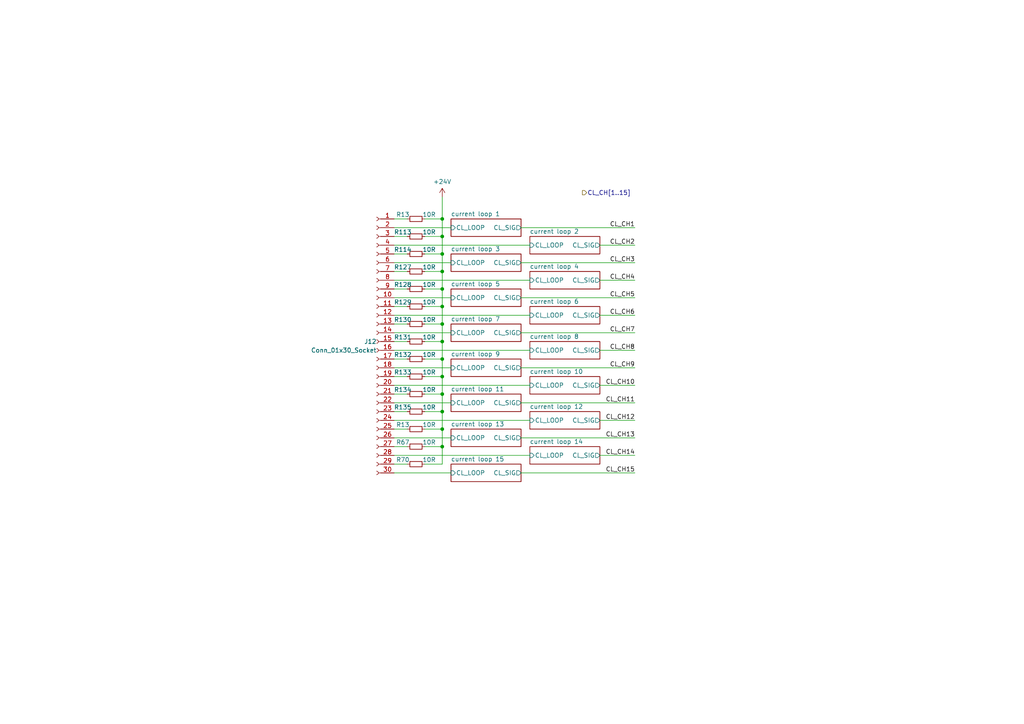
<source format=kicad_sch>
(kicad_sch (version 20250114) (generator "eeschema") (generator_version "9.0")
  (paper "A4")
  (lib_symbols
    (symbol "Connector:Conn_01x30_Socket" (pin_names (offset 1.016) (hide yes))
      (property "Reference" "J" (at 0 38.1 0))
      (property "Value" "Conn_01x30_Socket" (at 0 -40.64 0))
      (symbol "Conn_01x30_Socket_1_1"
        (polyline (pts (xy -1.27 35.56) (xy -0.508 35.56)) (stroke (width 0.1524)))
        (polyline (pts (xy -1.27 33.02) (xy -0.508 33.02)) (stroke (width 0.1524)))
        (polyline (pts (xy -1.27 30.48) (xy -0.508 30.48)) (stroke (width 0.1524)))
        (polyline (pts (xy -1.27 27.94) (xy -0.508 27.94)) (stroke (width 0.1524)))
        (polyline (pts (xy -1.27 25.4) (xy -0.508 25.4)) (stroke (width 0.1524)))
        (polyline (pts (xy -1.27 22.86) (xy -0.508 22.86)) (stroke (width 0.1524)))
        (polyline (pts (xy -1.27 20.32) (xy -0.508 20.32)) (stroke (width 0.1524)))
        (polyline (pts (xy -1.27 17.78) (xy -0.508 17.78)) (stroke (width 0.1524)))
        (polyline (pts (xy -1.27 15.24) (xy -0.508 15.24)) (stroke (width 0.1524)))
        (polyline (pts (xy -1.27 12.7) (xy -0.508 12.7)) (stroke (width 0.1524)))
        (polyline (pts (xy -1.27 10.16) (xy -0.508 10.16)) (stroke (width 0.1524)))
        (polyline (pts (xy -1.27 7.62) (xy -0.508 7.62)) (stroke (width 0.1524)))
        (polyline (pts (xy -1.27 5.08) (xy -0.508 5.08)) (stroke (width 0.1524)))
        (polyline (pts (xy -1.27 2.54) (xy -0.508 2.54)) (stroke (width 0.1524)))
        (polyline (pts (xy -1.27 0) (xy -0.508 0)) (stroke (width 0.1524)))
        (polyline (pts (xy -1.27 -2.54) (xy -0.508 -2.54)) (stroke (width 0.1524)))
        (polyline (pts (xy -1.27 -5.08) (xy -0.508 -5.08)) (stroke (width 0.1524)))
        (polyline (pts (xy -1.27 -7.62) (xy -0.508 -7.62)) (stroke (width 0.1524)))
        (polyline (pts (xy -1.27 -10.16) (xy -0.508 -10.16)) (stroke (width 0.1524)))
        (polyline (pts (xy -1.27 -12.7) (xy -0.508 -12.7)) (stroke (width 0.1524)))
        (polyline (pts (xy -1.27 -15.24) (xy -0.508 -15.24)) (stroke (width 0.1524)))
        (polyline (pts (xy -1.27 -17.78) (xy -0.508 -17.78)) (stroke (width 0.1524)))
        (polyline (pts (xy -1.27 -20.32) (xy -0.508 -20.32)) (stroke (width 0.1524)))
        (polyline (pts (xy -1.27 -22.86) (xy -0.508 -22.86)) (stroke (width 0.1524)))
        (polyline (pts (xy -1.27 -25.4) (xy -0.508 -25.4)) (stroke (width 0.1524)))
        (polyline (pts (xy -1.27 -27.94) (xy -0.508 -27.94)) (stroke (width 0.1524)))
        (polyline (pts (xy -1.27 -30.48) (xy -0.508 -30.48)) (stroke (width 0.1524)))
        (polyline (pts (xy -1.27 -33.02) (xy -0.508 -33.02)) (stroke (width 0.1524)))
        (polyline (pts (xy -1.27 -35.56) (xy -0.508 -35.56)) (stroke (width 0.1524)))
        (polyline (pts (xy -1.27 -38.1) (xy -0.508 -38.1)) (stroke (width 0.1524)))
        (arc (start 0 35.052) (mid -0.5058 35.56) (end 0 36.068) (stroke (width 0.1524)))
        (arc (start 0 32.512) (mid -0.5058 33.02) (end 0 33.528) (stroke (width 0.1524)))
        (arc (start 0 29.972) (mid -0.5058 30.48) (end 0 30.988) (stroke (width 0.1524)))
        (arc (start 0 27.432) (mid -0.5058 27.94) (end 0 28.448) (stroke (width 0.1524)))
        (arc (start 0 24.892) (mid -0.5058 25.4) (end 0 25.908) (stroke (width 0.1524)))
        (arc (start 0 22.352) (mid -0.5058 22.86) (end 0 23.368) (stroke (width 0.1524)))
        (arc (start 0 19.812) (mid -0.5058 20.32) (end 0 20.828) (stroke (width 0.1524)))
        (arc (start 0 17.272) (mid -0.5058 17.78) (end 0 18.288) (stroke (width 0.1524)))
        (arc (start 0 14.732) (mid -0.5058 15.24) (end 0 15.748) (stroke (width 0.1524)))
        (arc (start 0 12.192) (mid -0.5058 12.7) (end 0 13.208) (stroke (width 0.1524)))
        (arc (start 0 9.652) (mid -0.5058 10.16) (end 0 10.668) (stroke (width 0.1524)))
        (arc (start 0 7.112) (mid -0.5058 7.62) (end 0 8.128) (stroke (width 0.1524)))
        (arc (start 0 4.572) (mid -0.5058 5.08) (end 0 5.588) (stroke (width 0.1524)))
        (arc (start 0 2.032) (mid -0.5058 2.54) (end 0 3.048) (stroke (width 0.1524)))
        (arc (start 0 -0.508) (mid -0.5058 0) (end 0 0.508) (stroke (width 0.1524)))
        (arc (start 0 -3.048) (mid -0.5058 -2.54) (end 0 -2.032) (stroke (width 0.1524)))
        (arc (start 0 -5.588) (mid -0.5058 -5.08) (end 0 -4.572) (stroke (width 0.1524)))
        (arc (start 0 -8.128) (mid -0.5058 -7.62) (end 0 -7.112) (stroke (width 0.1524)))
        (arc (start 0 -10.668) (mid -0.5058 -10.16) (end 0 -9.652) (stroke (width 0.1524)))
        (arc (start 0 -13.208) (mid -0.5058 -12.7) (end 0 -12.192) (stroke (width 0.1524)))
        (arc (start 0 -15.748) (mid -0.5058 -15.24) (end 0 -14.732) (stroke (width 0.1524)))
        (arc (start 0 -18.288) (mid -0.5058 -17.78) (end 0 -17.272) (stroke (width 0.1524)))
        (arc (start 0 -20.828) (mid -0.5058 -20.32) (end 0 -19.812) (stroke (width 0.1524)))
        (arc (start 0 -23.368) (mid -0.5058 -22.86) (end 0 -22.352) (stroke (width 0.1524)))
        (arc (start 0 -25.908) (mid -0.5058 -25.4) (end 0 -24.892) (stroke (width 0.1524)))
        (arc (start 0 -28.448) (mid -0.5058 -27.94) (end 0 -27.432) (stroke (width 0.1524)))
        (arc (start 0 -30.988) (mid -0.5058 -30.48) (end 0 -29.972) (stroke (width 0.1524)))
        (arc (start 0 -33.528) (mid -0.5058 -33.02) (end 0 -32.512) (stroke (width 0.1524)))
        (arc (start 0 -36.068) (mid -0.5058 -35.56) (end 0 -35.052) (stroke (width 0.1524)))
        (arc (start 0 -38.608) (mid -0.5058 -38.1) (end 0 -37.592) (stroke (width 0.1524)))
        (pin passive line (at -5.08 35.56 0) (length 3.81) (name "Pin_1") (number "1"))
        (pin passive line (at -5.08 33.02 0) (length 3.81) (name "Pin_2") (number "2"))
        (pin passive line (at -5.08 30.48 0) (length 3.81) (name "Pin_3") (number "3"))
        (pin passive line (at -5.08 27.94 0) (length 3.81) (name "Pin_4") (number "4"))
        (pin passive line (at -5.08 25.4 0) (length 3.81) (name "Pin_5") (number "5"))
        (pin passive line (at -5.08 22.86 0) (length 3.81) (name "Pin_6") (number "6"))
        (pin passive line (at -5.08 20.32 0) (length 3.81) (name "Pin_7") (number "7"))
        (pin passive line (at -5.08 17.78 0) (length 3.81) (name "Pin_8") (number "8"))
        (pin passive line (at -5.08 15.24 0) (length 3.81) (name "Pin_9") (number "9"))
        (pin passive line (at -5.08 12.7 0) (length 3.81) (name "Pin_10") (number "10"))
        (pin passive line (at -5.08 10.16 0) (length 3.81) (name "Pin_11") (number "11"))
        (pin passive line (at -5.08 7.62 0) (length 3.81) (name "Pin_12") (number "12"))
        (pin passive line (at -5.08 5.08 0) (length 3.81) (name "Pin_13") (number "13"))
        (pin passive line (at -5.08 2.54 0) (length 3.81) (name "Pin_14") (number "14"))
        (pin passive line (at -5.08 0 0) (length 3.81) (name "Pin_15") (number "15"))
        (pin passive line (at -5.08 -2.54 0) (length 3.81) (name "Pin_16") (number "16"))
        (pin passive line (at -5.08 -5.08 0) (length 3.81) (name "Pin_17") (number "17"))
        (pin passive line (at -5.08 -7.62 0) (length 3.81) (name "Pin_18") (number "18"))
        (pin passive line (at -5.08 -10.16 0) (length 3.81) (name "Pin_19") (number "19"))
        (pin passive line (at -5.08 -12.7 0) (length 3.81) (name "Pin_20") (number "20"))
        (pin passive line (at -5.08 -15.24 0) (length 3.81) (name "Pin_21") (number "21"))
        (pin passive line (at -5.08 -17.78 0) (length 3.81) (name "Pin_22") (number "22"))
        (pin passive line (at -5.08 -20.32 0) (length 3.81) (name "Pin_23") (number "23"))
        (pin passive line (at -5.08 -22.86 0) (length 3.81) (name "Pin_24") (number "24"))
        (pin passive line (at -5.08 -25.4 0) (length 3.81) (name "Pin_25") (number "25"))
        (pin passive line (at -5.08 -27.94 0) (length 3.81) (name "Pin_26") (number "26"))
        (pin passive line (at -5.08 -30.48 0) (length 3.81) (name "Pin_27") (number "27"))
        (pin passive line (at -5.08 -33.02 0) (length 3.81) (name "Pin_28") (number "28"))
        (pin passive line (at -5.08 -35.56 0) (length 3.81) (name "Pin_29") (number "29"))
        (pin passive line (at -5.08 -38.1 0) (length 3.81) (name "Pin_30") (number "30"))
      )
    )
    (symbol "Device:R_Small" (pin_numbers (hide yes)) (pin_names (offset 0.254) (hide yes))
      (property "Reference" "R" (at 0.762 0.508 0))
      (property "Value" "R_Small" (at 0.762 -1.016 0))
      (symbol "R_Small_0_1"
        (rectangle (start -0.762 1.778) (end 0.762 -1.778) (stroke (width 0.2032)))
      )
      (symbol "R_Small_1_1"
        (pin passive line (at 0 2.54 270) (length 0.762) (name "~") (number "1"))
        (pin passive line (at 0 -2.54 90) (length 0.762) (name "~") (number "2"))
      )
    )
    (symbol "power:+24V" (power) (pin_numbers (hide yes)) (pin_names (offset 0) (hide yes))
      (property "Value" "+24V" (at 0 3.556 0))
      (symbol "+24V_0_1"
        (polyline (pts (xy -0.762 1.27) (xy 0 2.54)))
        (polyline (pts (xy 0 2.54) (xy 0.762 1.27)))
        (polyline (pts (xy 0 0) (xy 0 2.54)))
      )
      (symbol "+24V_1_1"
        (pin power_in line (at 0 0 90) (length 0) (name "~") (number "1"))
      )
    )
  )
  (junction (at 128.27 124.46))
  (junction (at 128.27 73.66))
  (junction (at 128.27 119.38))
  (junction (at 128.27 114.3))
  (junction (at 128.27 83.82))
  (junction (at 128.27 68.58))
  (junction (at 128.27 109.22))
  (junction (at 128.27 93.98))
  (junction (at 128.27 63.5))
  (junction (at 128.27 99.06))
  (junction (at 128.27 104.14))
  (junction (at 128.27 78.74))
  (junction (at 128.27 88.9))
  (junction (at 128.27 129.54))
  (wire (pts (xy 123.19 83.82) (xy 128.27 83.82)))
  (wire (pts (xy 151.13 86.36) (xy 184.15 86.36)))
  (wire (pts (xy 128.27 78.74) (xy 128.27 73.66)))
  (wire (pts (xy 128.27 57.15) (xy 128.27 63.5)))
  (wire (pts (xy 114.3 127) (xy 130.81 127)))
  (wire (pts (xy 114.3 73.66) (xy 118.11 73.66)))
  (wire (pts (xy 173.99 81.28) (xy 184.15 81.28)))
  (wire (pts (xy 114.3 129.54) (xy 118.11 129.54)))
  (wire (pts (xy 128.27 104.14) (xy 128.27 99.06)))
  (wire (pts (xy 114.3 63.5) (xy 118.11 63.5)))
  (wire (pts (xy 114.3 83.82) (xy 118.11 83.82)))
  (wire (pts (xy 114.3 66.04) (xy 130.81 66.04)))
  (wire (pts (xy 114.3 119.38) (xy 118.11 119.38)))
  (wire (pts (xy 128.27 83.82) (xy 128.27 78.74)))
  (wire (pts (xy 123.19 134.62) (xy 128.27 134.62)))
  (wire (pts (xy 151.13 127) (xy 184.15 127)))
  (wire (pts (xy 151.13 66.04) (xy 184.15 66.04)))
  (wire (pts (xy 128.27 109.22) (xy 128.27 104.14)))
  (wire (pts (xy 123.19 68.58) (xy 128.27 68.58)))
  (wire (pts (xy 151.13 76.2) (xy 184.15 76.2)))
  (wire (pts (xy 128.27 68.58) (xy 128.27 63.5)))
  (wire (pts (xy 114.3 121.92) (xy 153.67 121.92)))
  (wire (pts (xy 114.3 71.12) (xy 153.67 71.12)))
  (wire (pts (xy 173.99 91.44) (xy 184.15 91.44)))
  (wire (pts (xy 128.27 124.46) (xy 128.27 119.38)))
  (wire (pts (xy 173.99 111.76) (xy 184.15 111.76)))
  (wire (pts (xy 114.3 132.08) (xy 153.67 132.08)))
  (wire (pts (xy 114.3 124.46) (xy 118.11 124.46)))
  (wire (pts (xy 123.19 78.74) (xy 128.27 78.74)))
  (wire (pts (xy 128.27 88.9) (xy 128.27 83.82)))
  (wire (pts (xy 123.19 119.38) (xy 128.27 119.38)))
  (wire (pts (xy 114.3 91.44) (xy 153.67 91.44)))
  (wire (pts (xy 123.19 104.14) (xy 128.27 104.14)))
  (wire (pts (xy 114.3 86.36) (xy 130.81 86.36)))
  (wire (pts (xy 128.27 134.62) (xy 128.27 129.54)))
  (wire (pts (xy 128.27 99.06) (xy 128.27 93.98)))
  (wire (pts (xy 123.19 109.22) (xy 128.27 109.22)))
  (wire (pts (xy 114.3 68.58) (xy 118.11 68.58)))
  (wire (pts (xy 123.19 124.46) (xy 128.27 124.46)))
  (wire (pts (xy 114.3 109.22) (xy 118.11 109.22)))
  (wire (pts (xy 128.27 63.5) (xy 123.19 63.5)))
  (wire (pts (xy 114.3 106.68) (xy 130.81 106.68)))
  (wire (pts (xy 114.3 111.76) (xy 153.67 111.76)))
  (wire (pts (xy 123.19 88.9) (xy 128.27 88.9)))
  (wire (pts (xy 114.3 93.98) (xy 118.11 93.98)))
  (wire (pts (xy 128.27 114.3) (xy 128.27 109.22)))
  (wire (pts (xy 114.3 96.52) (xy 130.81 96.52)))
  (wire (pts (xy 128.27 119.38) (xy 128.27 114.3)))
  (wire (pts (xy 114.3 116.84) (xy 130.81 116.84)))
  (wire (pts (xy 114.3 99.06) (xy 118.11 99.06)))
  (wire (pts (xy 123.19 93.98) (xy 128.27 93.98)))
  (wire (pts (xy 123.19 99.06) (xy 128.27 99.06)))
  (wire (pts (xy 114.3 114.3) (xy 118.11 114.3)))
  (wire (pts (xy 151.13 96.52) (xy 184.15 96.52)))
  (wire (pts (xy 128.27 129.54) (xy 128.27 124.46)))
  (wire (pts (xy 151.13 106.68) (xy 184.15 106.68)))
  (wire (pts (xy 114.3 88.9) (xy 118.11 88.9)))
  (wire (pts (xy 173.99 121.92) (xy 184.15 121.92)))
  (wire (pts (xy 114.3 137.16) (xy 130.81 137.16)))
  (wire (pts (xy 114.3 78.74) (xy 118.11 78.74)))
  (wire (pts (xy 128.27 93.98) (xy 128.27 88.9)))
  (wire (pts (xy 123.19 129.54) (xy 128.27 129.54)))
  (wire (pts (xy 114.3 101.6) (xy 153.67 101.6)))
  (wire (pts (xy 123.19 73.66) (xy 128.27 73.66)))
  (wire (pts (xy 114.3 134.62) (xy 118.11 134.62)))
  (wire (pts (xy 114.3 76.2) (xy 130.81 76.2)))
  (wire (pts (xy 128.27 73.66) (xy 128.27 68.58)))
  (wire (pts (xy 151.13 116.84) (xy 184.15 116.84)))
  (wire (pts (xy 123.19 114.3) (xy 128.27 114.3)))
  (wire (pts (xy 173.99 101.6) (xy 184.15 101.6)))
  (wire (pts (xy 151.13 137.16) (xy 184.15 137.16)))
  (wire (pts (xy 173.99 132.08) (xy 184.15 132.08)))
  (wire (pts (xy 173.99 71.12) (xy 184.15 71.12)))
  (wire (pts (xy 114.3 81.28) (xy 153.67 81.28)))
  (wire (pts (xy 114.3 104.14) (xy 118.11 104.14)))
  (label "CL_CH2" (at 184.15 71.12 180))
  (label "CL_CH9" (at 184.15 106.68 180))
  (label "CL_CH15" (at 184.15 137.16 180))
  (label "CL_CH11" (at 184.15 116.84 180))
  (label "CL_CH10" (at 184.15 111.76 180))
  (label "CL_CH12" (at 184.15 121.92 180))
  (label "CL_CH1" (at 184.15 66.04 180))
  (label "CL_CH5" (at 184.15 86.36 180))
  (label "CL_CH3" (at 184.15 76.2 180))
  (label "CL_CH14" (at 184.15 132.08 180))
  (label "CL_CH8" (at 184.15 101.6 180))
  (label "CL_CH4" (at 184.15 81.28 180))
  (label "CL_CH13" (at 184.15 127 180))
  (label "CL_CH7" (at 184.15 96.52 180))
  (label "CL_CH6" (at 184.15 91.44 180))
  (hierarchical_label "CL_CH[1..15]" (shape output) (at 168.91 55.88 0))
  (symbol (lib_id "Device:R_Small") (at 120.65 114.3 90) (unit 1)
    (property "Reference" "R134" (at 116.84 113.03 90))
    (property "Value" "10R" (at 124.46 113.03 90))
    (property "Footprint" "Resistor_SMD:R_0603_1608Metric" (effects (hide yes)))
    (property "Description" "Resistor, small symbol" (effects (hide yes)))
  )
  (symbol (lib_id "Device:R_Small") (at 120.65 93.98 90) (unit 1)
    (property "Reference" "R130" (at 116.84 92.71 90))
    (property "Value" "10R" (at 124.46 92.71 90))
    (property "Footprint" "Resistor_SMD:R_0603_1608Metric" (effects (hide yes)))
    (property "Description" "Resistor, small symbol" (effects (hide yes)))
  )
  (symbol (lib_id "Device:R_Small") (at 120.65 134.62 90) (unit 1)
    (property "Reference" "R70" (at 116.84 133.35 90))
    (property "Value" "10R" (at 124.46 133.35 90))
    (property "Footprint" "Resistor_SMD:R_0603_1608Metric" (effects (hide yes)))
    (property "Description" "Resistor, small symbol" (effects (hide yes)))
  )
  (symbol (lib_id "Device:R_Small") (at 120.65 99.06 90) (unit 1)
    (property "Reference" "R131" (at 116.84 97.79 90))
    (property "Value" "10R" (at 124.46 97.79 90))
    (property "Footprint" "Resistor_SMD:R_0603_1608Metric" (effects (hide yes)))
    (property "Description" "Resistor, small symbol" (effects (hide yes)))
  )
  (symbol (lib_id "Device:R_Small") (at 120.65 109.22 90) (unit 1)
    (property "Reference" "R133" (at 116.84 107.95 90))
    (property "Value" "10R" (at 124.46 107.95 90))
    (property "Footprint" "Resistor_SMD:R_0603_1608Metric" (effects (hide yes)))
    (property "Description" "Resistor, small symbol" (effects (hide yes)))
  )
  (symbol (lib_id "Device:R_Small") (at 120.65 124.46 90) (unit 1)
    (property "Reference" "R13" (at 116.84 123.19 90))
    (property "Value" "10R" (at 124.46 123.19 90))
    (property "Footprint" "Resistor_SMD:R_0603_1608Metric" (effects (hide yes)))
    (property "Description" "Resistor, small symbol" (effects (hide yes)))
  )
  (symbol (lib_id "Device:R_Small") (at 120.65 83.82 90) (unit 1)
    (property "Reference" "R128" (at 116.84 82.55 90))
    (property "Value" "10R" (at 124.46 82.55 90))
    (property "Footprint" "Resistor_SMD:R_0603_1608Metric" (effects (hide yes)))
    (property "Description" "Resistor, small symbol" (effects (hide yes)))
  )
  (symbol (lib_id "Device:R_Small") (at 120.65 78.74 90) (unit 1)
    (property "Reference" "R127" (at 116.84 77.47 90))
    (property "Value" "10R" (at 124.46 77.47 90))
    (property "Footprint" "Resistor_SMD:R_0603_1608Metric" (effects (hide yes)))
    (property "Description" "Resistor, small symbol" (effects (hide yes)))
  )
  (symbol (lib_id "Device:R_Small") (at 120.65 68.58 90) (unit 1)
    (property "Reference" "R113" (at 116.84 67.31 90))
    (property "Value" "10R" (at 124.46 67.31 90))
    (property "Footprint" "Resistor_SMD:R_0603_1608Metric" (effects (hide yes)))
    (property "Description" "Resistor, small symbol" (effects (hide yes)))
  )
  (symbol (lib_id "power:+24V") (at 128.27 57.15 0) (unit 1)
    (property "Reference" "#PWR07" (effects (hide yes)))
    (property "Value" "+24V" (at 128.27 52.705 0))
    (property "Description" "Power symbol creates a global label with name \"+24V\"" (effects (hide yes)))
  )
  (symbol (lib_id "Device:R_Small") (at 120.65 88.9 90) (unit 1)
    (property "Reference" "R129" (at 116.84 87.63 90))
    (property "Value" "10R" (at 124.46 87.63 90))
    (property "Footprint" "Resistor_SMD:R_0603_1608Metric" (effects (hide yes)))
    (property "Description" "Resistor, small symbol" (effects (hide yes)))
  )
  (symbol (lib_id "Device:R_Small") (at 120.65 129.54 90) (unit 1)
    (property "Reference" "R67" (at 116.84 128.27 90))
    (property "Value" "10R" (at 124.46 128.27 90))
    (property "Footprint" "Resistor_SMD:R_0603_1608Metric" (effects (hide yes)))
    (property "Description" "Resistor, small symbol" (effects (hide yes)))
  )
  (symbol (lib_id "Device:R_Small") (at 120.65 73.66 90) (unit 1)
    (property "Reference" "R114" (at 116.84 72.39 90))
    (property "Value" "10R" (at 124.46 72.39 90))
    (property "Footprint" "Resistor_SMD:R_0603_1608Metric" (effects (hide yes)))
    (property "Description" "Resistor, small symbol" (effects (hide yes)))
  )
  (symbol (lib_id "Connector:Conn_01x30_Socket") (at 109.22 99.06 0) (mirror y) (unit 1)
    (property "Reference" "J12" (at 109.22 99.0599 0) (effects (justify left)))
    (property "Value" "Conn_01x30_Socket" (at 109.22 101.5999 0) (effects (justify left)))
    (property "Description" "Generic connector, single row, 01x30, script generated" (effects (hide yes)))
  )
  (symbol (lib_id "Device:R_Small") (at 120.65 63.5 90) (unit 1)
    (property "Reference" "R13" (at 116.84 62.23 90))
    (property "Value" "10R" (at 124.46 62.23 90))
    (property "Footprint" "Resistor_SMD:R_0603_1608Metric" (effects (hide yes)))
    (property "Description" "Resistor, small symbol" (effects (hide yes)))
  )
  (symbol (lib_id "Device:R_Small") (at 120.65 104.14 90) (unit 1)
    (property "Reference" "R132" (at 116.84 102.87 90))
    (property "Value" "10R" (at 124.46 102.87 90))
    (property "Footprint" "Resistor_SMD:R_0603_1608Metric" (effects (hide yes)))
    (property "Description" "Resistor, small symbol" (effects (hide yes)))
  )
  (symbol (lib_id "Device:R_Small") (at 120.65 119.38 90) (unit 1)
    (property "Reference" "R135" (at 116.84 118.11 90))
    (property "Value" "10R" (at 124.46 118.11 90))
    (property "Footprint" "Resistor_SMD:R_0603_1608Metric" (effects (hide yes)))
    (property "Description" "Resistor, small symbol" (effects (hide yes)))
  )
  (sheet (at 130.81 134.62) (size 20.32 5.08) (stroke (width 0.1524))
    (property "Sheetname" "current loop 15" (at 130.81 133.9084 0) (effects (justify left bottom)))
    (property "Sheetfile" "current loop.kicad_sch" (effects (hide yes)))
    (pin "CL_LOOP" input (at 130.81 137.16 180))
    (pin "CL_SIG" output (at 151.13 137.16 0))
  )
  (sheet (at 130.81 114.3) (size 20.32 5.08) (stroke (width 0.1524))
    (property "Sheetname" "current loop 11" (at 130.81 113.5884 0) (effects (justify left bottom)))
    (property "Sheetfile" "current loop.kicad_sch" (effects (hide yes)))
    (pin "CL_LOOP" input (at 130.81 116.84 180))
    (pin "CL_SIG" output (at 151.13 116.84 0))
  )
  (sheet (at 130.81 93.98) (size 20.32 5.08) (stroke (width 0.1524))
    (property "Sheetname" "current loop 7" (at 130.81 93.2684 0) (effects (justify left bottom)))
    (property "Sheetfile" "current loop.kicad_sch" (effects (hide yes)))
    (pin "CL_LOOP" input (at 130.81 96.52 180))
    (pin "CL_SIG" output (at 151.13 96.52 0))
  )
  (sheet (at 153.67 99.06) (size 20.32 5.08) (stroke (width 0.1524))
    (property "Sheetname" "current loop 8" (at 153.67 98.3484 0) (effects (justify left bottom)))
    (property "Sheetfile" "current loop.kicad_sch" (effects (hide yes)))
    (pin "CL_LOOP" input (at 153.67 101.6 180))
    (pin "CL_SIG" output (at 173.99 101.6 0))
  )
  (sheet (at 130.81 73.66) (size 20.32 5.08) (stroke (width 0.1524))
    (property "Sheetname" "current loop 3" (at 130.81 72.9484 0) (effects (justify left bottom)))
    (property "Sheetfile" "current loop.kicad_sch" (effects (hide yes)))
    (pin "CL_LOOP" input (at 130.81 76.2 180))
    (pin "CL_SIG" output (at 151.13 76.2 0))
  )
  (sheet (at 130.81 104.14) (size 20.32 5.08) (stroke (width 0.1524))
    (property "Sheetname" "current loop 9" (at 130.81 103.4284 0) (effects (justify left bottom)))
    (property "Sheetfile" "current loop.kicad_sch" (effects (hide yes)))
    (pin "CL_LOOP" input (at 130.81 106.68 180))
    (pin "CL_SIG" output (at 151.13 106.68 0))
  )
  (sheet (at 153.67 88.9) (size 20.32 5.08) (stroke (width 0.1524))
    (property "Sheetname" "current loop 6" (at 153.67 88.1884 0) (effects (justify left bottom)))
    (property "Sheetfile" "current loop.kicad_sch" (effects (hide yes)))
    (pin "CL_LOOP" input (at 153.67 91.44 180))
    (pin "CL_SIG" output (at 173.99 91.44 0))
  )
  (sheet (at 130.81 83.82) (size 20.32 5.08) (stroke (width 0.1524))
    (property "Sheetname" "current loop 5" (at 130.81 83.1084 0) (effects (justify left bottom)))
    (property "Sheetfile" "current loop.kicad_sch" (effects (hide yes)))
    (pin "CL_LOOP" input (at 130.81 86.36 180))
    (pin "CL_SIG" output (at 151.13 86.36 0))
  )
  (sheet (at 153.67 119.38) (size 20.32 5.08) (stroke (width 0.1524))
    (property "Sheetname" "current loop 12" (at 153.67 118.6684 0) (effects (justify left bottom)))
    (property "Sheetfile" "current loop.kicad_sch" (effects (hide yes)))
    (pin "CL_LOOP" input (at 153.67 121.92 180))
    (pin "CL_SIG" output (at 173.99 121.92 0))
  )
  (sheet (at 153.67 109.22) (size 20.32 5.08) (stroke (width 0.1524))
    (property "Sheetname" "current loop 10" (at 153.67 108.5084 0) (effects (justify left bottom)))
    (property "Sheetfile" "current loop.kicad_sch" (effects (hide yes)))
    (pin "CL_LOOP" input (at 153.67 111.76 180))
    (pin "CL_SIG" output (at 173.99 111.76 0))
  )
  (sheet (at 130.81 63.5) (size 20.32 5.08) (stroke (width 0.1524))
    (property "Sheetname" "current loop 1" (at 130.81 62.7884 0) (effects (justify left bottom)))
    (property "Sheetfile" "current loop.kicad_sch" (effects (hide yes)))
    (pin "CL_LOOP" input (at 130.81 66.04 180))
    (pin "CL_SIG" output (at 151.13 66.04 0))
  )
  (sheet (at 153.67 129.54) (size 20.32 5.08) (stroke (width 0.1524))
    (property "Sheetname" "current loop 14" (at 153.67 128.8284 0) (effects (justify left bottom)))
    (property "Sheetfile" "current loop.kicad_sch" (effects (hide yes)))
    (pin "CL_LOOP" input (at 153.67 132.08 180))
    (pin "CL_SIG" output (at 173.99 132.08 0))
  )
  (sheet (at 130.81 124.46) (size 20.32 5.08) (stroke (width 0.1524))
    (property "Sheetname" "current loop 13" (at 130.81 123.7484 0) (effects (justify left bottom)))
    (property "Sheetfile" "current loop.kicad_sch" (effects (hide yes)))
    (pin "CL_LOOP" input (at 130.81 127 180))
    (pin "CL_SIG" output (at 151.13 127 0))
  )
  (sheet (at 153.67 78.74) (size 20.32 5.08) (stroke (width 0.1524))
    (property "Sheetname" "current loop 4" (at 153.67 78.0284 0) (effects (justify left bottom)))
    (property "Sheetfile" "current loop.kicad_sch" (effects (hide yes)))
    (pin "CL_LOOP" input (at 153.67 81.28 180))
    (pin "CL_SIG" output (at 173.99 81.28 0))
  )
  (sheet (at 153.67 68.58) (size 20.32 5.08) (stroke (width 0.1524))
    (property "Sheetname" "current loop 2" (at 153.67 67.8684 0) (effects (justify left bottom)))
    (property "Sheetfile" "current loop.kicad_sch" (effects (hide yes)))
    (pin "CL_LOOP" input (at 153.67 71.12 180))
    (pin "CL_SIG" output (at 173.99 71.12 0))
  )
)
</source>
